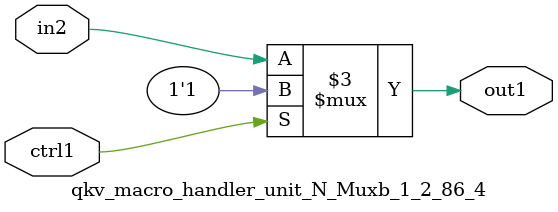
<source format=v>

`timescale 1ps / 1ps


module qkv_macro_handler_unit_N_Muxb_1_2_86_4( in2, ctrl1, out1 );

    input in2;
    input ctrl1;
    output out1;
    reg out1;

    
    // rtl_process:qkv_macro_handler_unit_N_Muxb_1_2_86_4/qkv_macro_handler_unit_N_Muxb_1_2_86_4_thread_1
    always @*
      begin : qkv_macro_handler_unit_N_Muxb_1_2_86_4_thread_1
        case (ctrl1) 
          1'b1: 
            begin
              out1 = 1'b1;
            end
          default: 
            begin
              out1 = in2;
            end
        endcase
      end

endmodule



</source>
